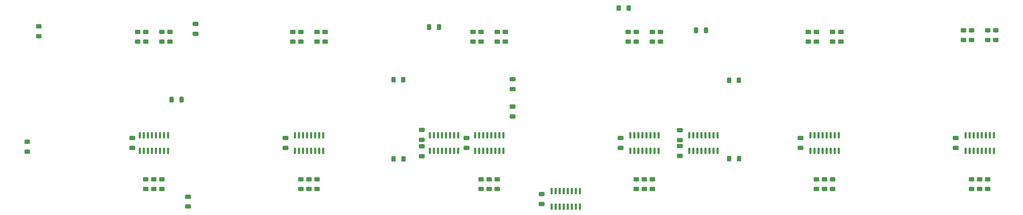
<source format=gbr>
%TF.GenerationSoftware,KiCad,Pcbnew,(6.0.10)*%
%TF.CreationDate,2023-02-22T22:23:04-03:00*%
%TF.ProjectId,SevenSegmentClock,53657665-6e53-4656-976d-656e74436c6f,rev?*%
%TF.SameCoordinates,Original*%
%TF.FileFunction,Paste,Top*%
%TF.FilePolarity,Positive*%
%FSLAX46Y46*%
G04 Gerber Fmt 4.6, Leading zero omitted, Abs format (unit mm)*
G04 Created by KiCad (PCBNEW (6.0.10)) date 2023-02-22 22:23:04*
%MOMM*%
%LPD*%
G01*
G04 APERTURE LIST*
G04 Aperture macros list*
%AMRoundRect*
0 Rectangle with rounded corners*
0 $1 Rounding radius*
0 $2 $3 $4 $5 $6 $7 $8 $9 X,Y pos of 4 corners*
0 Add a 4 corners polygon primitive as box body*
4,1,4,$2,$3,$4,$5,$6,$7,$8,$9,$2,$3,0*
0 Add four circle primitives for the rounded corners*
1,1,$1+$1,$2,$3*
1,1,$1+$1,$4,$5*
1,1,$1+$1,$6,$7*
1,1,$1+$1,$8,$9*
0 Add four rect primitives between the rounded corners*
20,1,$1+$1,$2,$3,$4,$5,0*
20,1,$1+$1,$4,$5,$6,$7,0*
20,1,$1+$1,$6,$7,$8,$9,0*
20,1,$1+$1,$8,$9,$2,$3,0*%
G04 Aperture macros list end*
%ADD10RoundRect,0.250000X-0.400000X-0.625000X0.400000X-0.625000X0.400000X0.625000X-0.400000X0.625000X0*%
%ADD11RoundRect,0.250000X0.625000X-0.400000X0.625000X0.400000X-0.625000X0.400000X-0.625000X-0.400000X0*%
%ADD12RoundRect,0.250000X-0.650000X0.412500X-0.650000X-0.412500X0.650000X-0.412500X0.650000X0.412500X0*%
%ADD13RoundRect,0.250000X0.412500X0.650000X-0.412500X0.650000X-0.412500X-0.650000X0.412500X-0.650000X0*%
%ADD14RoundRect,0.250000X-0.625000X0.400000X-0.625000X-0.400000X0.625000X-0.400000X0.625000X0.400000X0*%
%ADD15RoundRect,0.150000X0.150000X-0.825000X0.150000X0.825000X-0.150000X0.825000X-0.150000X-0.825000X0*%
%ADD16RoundRect,0.250000X0.400000X0.625000X-0.400000X0.625000X-0.400000X-0.625000X0.400000X-0.625000X0*%
%ADD17RoundRect,0.250000X0.650000X-0.412500X0.650000X0.412500X-0.650000X0.412500X-0.650000X-0.412500X0*%
G04 APERTURE END LIST*
D10*
%TO.C,R38*%
X281710800Y-105785000D03*
X284810800Y-105785000D03*
%TD*%
D11*
%TO.C,R1*%
X98382100Y-93599600D03*
X98382100Y-90499600D03*
%TD*%
D12*
%TO.C,C9*%
X304162200Y-124015100D03*
X304162200Y-127140100D03*
%TD*%
D13*
%TO.C,C3*%
X274416700Y-90065600D03*
X271291700Y-90065600D03*
%TD*%
D14*
%TO.C,R55*%
X363050100Y-136981600D03*
X363050100Y-140081600D03*
%TD*%
D11*
%TO.C,R28*%
X252560100Y-93599600D03*
X252560100Y-90499600D03*
%TD*%
D15*
%TO.C,U5*%
X201887100Y-128052600D03*
X203157100Y-128052600D03*
X204427100Y-128052600D03*
X205697100Y-128052600D03*
X206967100Y-128052600D03*
X208237100Y-128052600D03*
X209507100Y-128052600D03*
X210777100Y-128052600D03*
X210777100Y-123102600D03*
X209507100Y-123102600D03*
X208237100Y-123102600D03*
X206967100Y-123102600D03*
X205697100Y-123102600D03*
X204427100Y-123102600D03*
X203157100Y-123102600D03*
X201887100Y-123102600D03*
%TD*%
D14*
%TO.C,R12*%
X152230100Y-136981600D03*
X152230100Y-140081600D03*
%TD*%
D12*
%TO.C,C8*%
X199223400Y-124015100D03*
X199223400Y-127140100D03*
%TD*%
%TO.C,C14*%
X94090800Y-124015100D03*
X94090800Y-127140100D03*
%TD*%
D11*
%TO.C,R50*%
X64769200Y-91872400D03*
X64769200Y-88772400D03*
%TD*%
D14*
%TO.C,R5*%
X103462100Y-136981600D03*
X103462100Y-140081600D03*
%TD*%
D16*
%TO.C,R15*%
X179357600Y-130574000D03*
X176257600Y-130574000D03*
%TD*%
D14*
%TO.C,R30*%
X252560100Y-136981600D03*
X252560100Y-140081600D03*
%TD*%
D11*
%TO.C,R34*%
X260180100Y-93599600D03*
X260180100Y-90499600D03*
%TD*%
D14*
%TO.C,R52*%
X360510100Y-136981600D03*
X360510100Y-140081600D03*
%TD*%
%TO.C,R43*%
X309202100Y-136981600D03*
X309202100Y-140081600D03*
%TD*%
D11*
%TO.C,R29*%
X250020100Y-93599600D03*
X250020100Y-90499600D03*
%TD*%
D12*
%TO.C,C10*%
X352916200Y-124015100D03*
X352916200Y-127140100D03*
%TD*%
D14*
%TO.C,R11*%
X149690100Y-136981600D03*
X149690100Y-140081600D03*
%TD*%
%TO.C,R54*%
X61078600Y-125179100D03*
X61078600Y-128279100D03*
%TD*%
D11*
%TO.C,R48*%
X357970100Y-93091600D03*
X357970100Y-89991600D03*
%TD*%
D14*
%TO.C,R10*%
X147150100Y-136981600D03*
X147150100Y-140081600D03*
%TD*%
D11*
%TO.C,R7*%
X106002100Y-93599600D03*
X106002100Y-90499600D03*
%TD*%
%TO.C,R46*%
X314282100Y-93599600D03*
X314282100Y-90499600D03*
%TD*%
D14*
%TO.C,R32*%
X257640100Y-136981600D03*
X257640100Y-140081600D03*
%TD*%
%TO.C,R44*%
X311742100Y-136981600D03*
X311742100Y-140081600D03*
%TD*%
D11*
%TO.C,R21*%
X203792100Y-93599600D03*
X203792100Y-90499600D03*
%TD*%
D15*
%TO.C,U12*%
X356065100Y-128052600D03*
X357335100Y-128052600D03*
X358605100Y-128052600D03*
X359875100Y-128052600D03*
X361145100Y-128052600D03*
X362415100Y-128052600D03*
X363685100Y-128052600D03*
X364955100Y-128052600D03*
X364955100Y-123102600D03*
X363685100Y-123102600D03*
X362415100Y-123102600D03*
X361145100Y-123102600D03*
X359875100Y-123102600D03*
X358605100Y-123102600D03*
X357335100Y-123102600D03*
X356065100Y-123102600D03*
%TD*%
D12*
%TO.C,C12*%
X142313400Y-124015100D03*
X142313400Y-127140100D03*
%TD*%
D14*
%TO.C,R23*%
X203792100Y-136981600D03*
X203792100Y-140081600D03*
%TD*%
D17*
%TO.C,C1*%
X185174600Y-129729600D03*
X185174600Y-126604600D03*
%TD*%
D14*
%TO.C,R25*%
X208872100Y-136981600D03*
X208872100Y-140081600D03*
%TD*%
%TO.C,R4*%
X100922100Y-136981600D03*
X100922100Y-140081600D03*
%TD*%
D13*
%TO.C,C4*%
X190552900Y-89049600D03*
X187427900Y-89049600D03*
%TD*%
D17*
%TO.C,C17*%
X213628000Y-108553720D03*
X213628000Y-105428720D03*
%TD*%
D11*
%TO.C,R2*%
X95842100Y-93599600D03*
X95842100Y-90499600D03*
%TD*%
D15*
%TO.C,U2*%
X269189200Y-128052600D03*
X270459200Y-128052600D03*
X271729200Y-128052600D03*
X272999200Y-128052600D03*
X274269200Y-128052600D03*
X275539200Y-128052600D03*
X276809200Y-128052600D03*
X278079200Y-128052600D03*
X278079200Y-123102600D03*
X276809200Y-123102600D03*
X275539200Y-123102600D03*
X274269200Y-123102600D03*
X272999200Y-123102600D03*
X271729200Y-123102600D03*
X270459200Y-123102600D03*
X269189200Y-123102600D03*
%TD*%
D14*
%TO.C,R31*%
X255100100Y-136981600D03*
X255100100Y-140081600D03*
%TD*%
D15*
%TO.C,U1*%
X96477100Y-128052600D03*
X97747100Y-128052600D03*
X99017100Y-128052600D03*
X100287100Y-128052600D03*
X101557100Y-128052600D03*
X102827100Y-128052600D03*
X104097100Y-128052600D03*
X105367100Y-128052600D03*
X105367100Y-123102600D03*
X104097100Y-123102600D03*
X102827100Y-123102600D03*
X101557100Y-123102600D03*
X100287100Y-123102600D03*
X99017100Y-123102600D03*
X97747100Y-123102600D03*
X96477100Y-123102600D03*
%TD*%
%TO.C,U7*%
X225977100Y-145685000D03*
X227247100Y-145685000D03*
X228517100Y-145685000D03*
X229787100Y-145685000D03*
X231057100Y-145685000D03*
X232327100Y-145685000D03*
X233597100Y-145685000D03*
X234867100Y-145685000D03*
X234867100Y-140735000D03*
X233597100Y-140735000D03*
X232327100Y-140735000D03*
X231057100Y-140735000D03*
X229787100Y-140735000D03*
X228517100Y-140735000D03*
X227247100Y-140735000D03*
X225977100Y-140735000D03*
%TD*%
D11*
%TO.C,R13*%
X152230100Y-93599600D03*
X152230100Y-90499600D03*
%TD*%
D14*
%TO.C,R51*%
X357970100Y-136981600D03*
X357970100Y-140081600D03*
%TD*%
%TO.C,R3*%
X98382100Y-136981600D03*
X98382100Y-140081600D03*
%TD*%
D11*
%TO.C,R47*%
X316844100Y-93599600D03*
X316844100Y-90499600D03*
%TD*%
D10*
%TO.C,R35*%
X281736200Y-130536000D03*
X284836200Y-130536000D03*
%TD*%
D15*
%TO.C,U11*%
X307297100Y-128052600D03*
X308567100Y-128052600D03*
X309837100Y-128052600D03*
X311107100Y-128052600D03*
X312377100Y-128052600D03*
X313647100Y-128052600D03*
X314917100Y-128052600D03*
X316187100Y-128052600D03*
X316187100Y-123102600D03*
X314917100Y-123102600D03*
X313647100Y-123102600D03*
X312377100Y-123102600D03*
X311107100Y-123102600D03*
X309837100Y-123102600D03*
X308567100Y-123102600D03*
X307297100Y-123102600D03*
%TD*%
D17*
%TO.C,C16*%
X213628000Y-117186479D03*
X213628000Y-114061479D03*
%TD*%
D14*
%TO.C,R45*%
X314282100Y-136981600D03*
X314282100Y-140081600D03*
%TD*%
D11*
%TO.C,R9*%
X144610100Y-93599600D03*
X144610100Y-90499600D03*
%TD*%
D15*
%TO.C,U8*%
X250655100Y-128052600D03*
X251925100Y-128052600D03*
X253195100Y-128052600D03*
X254465100Y-128052600D03*
X255735100Y-128052600D03*
X257005100Y-128052600D03*
X258275100Y-128052600D03*
X259545100Y-128052600D03*
X259545100Y-123102600D03*
X258275100Y-123102600D03*
X257005100Y-123102600D03*
X255735100Y-123102600D03*
X254465100Y-123102600D03*
X253195100Y-123102600D03*
X251925100Y-123102600D03*
X250655100Y-123102600D03*
%TD*%
D10*
%TO.C,R62*%
X247057400Y-82971400D03*
X250157400Y-82971400D03*
%TD*%
D16*
%TO.C,R18*%
X179324200Y-105569400D03*
X176224200Y-105569400D03*
%TD*%
D15*
%TO.C,U3*%
X145245100Y-128052600D03*
X146515100Y-128052600D03*
X147785100Y-128052600D03*
X149055100Y-128052600D03*
X150325100Y-128052600D03*
X151595100Y-128052600D03*
X152865100Y-128052600D03*
X154135100Y-128052600D03*
X154135100Y-123102600D03*
X152865100Y-123102600D03*
X151595100Y-123102600D03*
X150325100Y-123102600D03*
X149055100Y-123102600D03*
X147785100Y-123102600D03*
X146515100Y-123102600D03*
X145245100Y-123102600D03*
%TD*%
D17*
%TO.C,C19*%
X111647000Y-145605900D03*
X111647000Y-142480900D03*
%TD*%
D13*
%TO.C,C22*%
X109640977Y-111900000D03*
X106515977Y-111900000D03*
%TD*%
D11*
%TO.C,R33*%
X257640100Y-93599600D03*
X257640100Y-90499600D03*
%TD*%
%TO.C,R27*%
X211412100Y-93599600D03*
X211412100Y-90499600D03*
%TD*%
%TO.C,R56*%
X363050100Y-93091600D03*
X363050100Y-89991600D03*
%TD*%
%TO.C,R22*%
X201252100Y-93599600D03*
X201252100Y-90499600D03*
%TD*%
%TO.C,R26*%
X208872100Y-93599600D03*
X208872100Y-90499600D03*
%TD*%
D14*
%TO.C,R24*%
X206332100Y-136981600D03*
X206332100Y-140081600D03*
%TD*%
D12*
%TO.C,C2*%
X113992400Y-88009300D03*
X113992400Y-91134300D03*
%TD*%
%TO.C,C7*%
X185174600Y-121477600D03*
X185174600Y-124602600D03*
%TD*%
%TO.C,C6*%
X222842800Y-141647500D03*
X222842800Y-144772500D03*
%TD*%
D11*
%TO.C,R8*%
X147150100Y-93599600D03*
X147150100Y-90499600D03*
%TD*%
%TO.C,R42*%
X306662100Y-93599600D03*
X306662100Y-90499600D03*
%TD*%
D12*
%TO.C,C11*%
X247647200Y-124015100D03*
X247647200Y-127140100D03*
%TD*%
D15*
%TO.C,U6*%
X187654400Y-128078600D03*
X188924400Y-128078600D03*
X190194400Y-128078600D03*
X191464400Y-128078600D03*
X192734400Y-128078600D03*
X194004400Y-128078600D03*
X195274400Y-128078600D03*
X196544400Y-128078600D03*
X196544400Y-123128600D03*
X195274400Y-123128600D03*
X194004400Y-123128600D03*
X192734400Y-123128600D03*
X191464400Y-123128600D03*
X190194400Y-123128600D03*
X188924400Y-123128600D03*
X187654400Y-123128600D03*
%TD*%
D11*
%TO.C,R49*%
X355430100Y-93091600D03*
X355430100Y-89991600D03*
%TD*%
D12*
%TO.C,C13*%
X266268200Y-121515100D03*
X266268200Y-124640100D03*
%TD*%
D11*
%TO.C,R6*%
X103462100Y-93599600D03*
X103462100Y-90499600D03*
%TD*%
%TO.C,R57*%
X365590100Y-93091600D03*
X365590100Y-89991600D03*
%TD*%
D17*
%TO.C,C5*%
X266268200Y-129640100D03*
X266268200Y-126515100D03*
%TD*%
D11*
%TO.C,R41*%
X309202100Y-93599600D03*
X309202100Y-90499600D03*
%TD*%
%TO.C,R14*%
X154770100Y-93599600D03*
X154770100Y-90499600D03*
%TD*%
M02*

</source>
